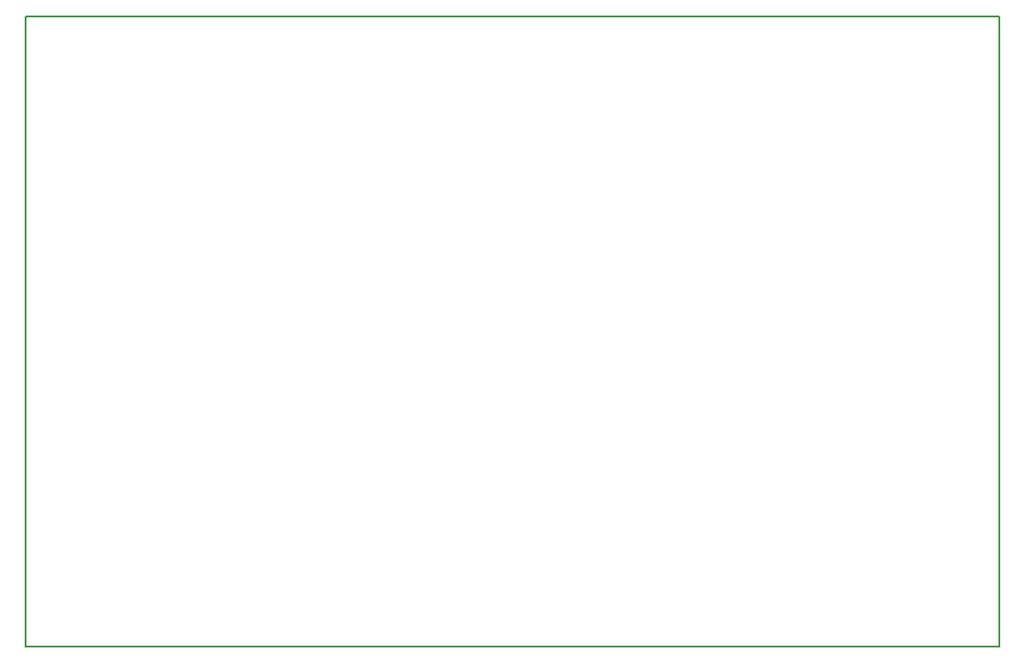
<source format=gbr>
G04 #@! TF.GenerationSoftware,KiCad,Pcbnew,(2017-12-14 revision b47a06e)-master*
G04 #@! TF.CreationDate,2017-12-14T16:02:14-08:00*
G04 #@! TF.ProjectId,Elephant-3,456C657068616E742D332E6B69636164,1*
G04 #@! TF.SameCoordinates,Original*
G04 #@! TF.FileFunction,Profile,NP*
%FSLAX46Y46*%
G04 Gerber Fmt 4.6, Leading zero omitted, Abs format (unit mm)*
G04 Created by KiCad (PCBNEW (2017-12-14 revision b47a06e)-master) date Thursday, December 14, 2017 'PMt' 04:02:14 PM*
%MOMM*%
%LPD*%
G01*
G04 APERTURE LIST*
%ADD10C,0.150000*%
G04 APERTURE END LIST*
D10*
X198120000Y-68580000D02*
X107950000Y-68580000D01*
X198120000Y-127000000D02*
X198120000Y-68580000D01*
X107950000Y-127000000D02*
X198120000Y-127000000D01*
X107950000Y-68580000D02*
X107950000Y-127000000D01*
M02*

</source>
